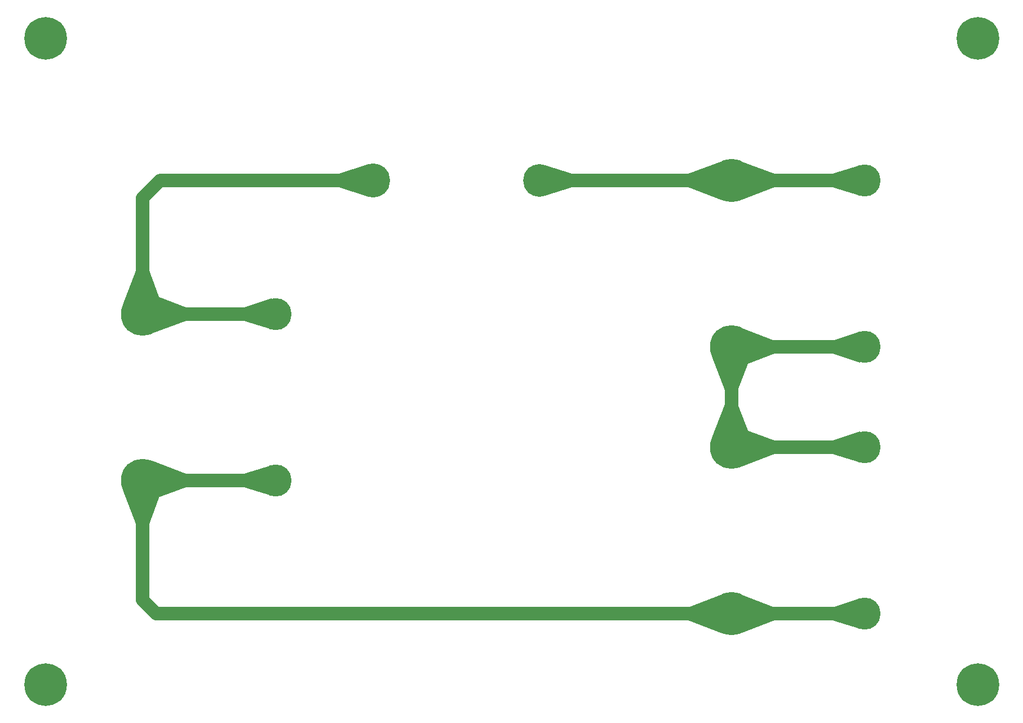
<source format=gbr>
%TF.GenerationSoftware,KiCad,Pcbnew,8.0.2*%
%TF.CreationDate,2024-06-17T23:38:42+07:00*%
%TF.ProjectId,Series Circuit,53657269-6573-4204-9369-72637569742e,rev?*%
%TF.SameCoordinates,Original*%
%TF.FileFunction,Copper,L2,Bot*%
%TF.FilePolarity,Positive*%
%FSLAX46Y46*%
G04 Gerber Fmt 4.6, Leading zero omitted, Abs format (unit mm)*
G04 Created by KiCad (PCBNEW 8.0.2) date 2024-06-17 23:38:42*
%MOMM*%
%LPD*%
G01*
G04 APERTURE LIST*
%TA.AperFunction,ComponentPad*%
%ADD10C,6.400000*%
%TD*%
%TA.AperFunction,ComponentPad*%
%ADD11C,4.800000*%
%TD*%
%TA.AperFunction,ComponentPad*%
%ADD12C,4.900000*%
%TD*%
%TA.AperFunction,ComponentPad*%
%ADD13C,5.100000*%
%TD*%
%TA.AperFunction,ComponentPad*%
%ADD14C,6.500000*%
%TD*%
%TA.AperFunction,Conductor*%
%ADD15C,2.000000*%
%TD*%
G04 APERTURE END LIST*
D10*
%TO.P,H3,1*%
%TO.N,N/C*%
X72400000Y-141300000D03*
%TD*%
D11*
%TO.P,MES3,1,-*%
%TO.N,Net-(MES1--)*%
X195400000Y-130650000D03*
%TO.P,MES3,2,+*%
%TO.N,Net-(MES2--)*%
X195400000Y-105650000D03*
%TD*%
D12*
%TO.P,A1,1,-*%
%TO.N,Net-(A1--)*%
X146550000Y-65650000D03*
D13*
%TO.P,A1,2,+*%
%TO.N,Net-(A1-+)*%
X121550000Y-65650000D03*
%TD*%
D10*
%TO.P,H4,1*%
%TO.N,N/C*%
X212400000Y-141300000D03*
%TD*%
%TO.P,H1,1*%
%TO.N,N/C*%
X72400000Y-44300000D03*
%TD*%
D14*
%TO.P,R1,1*%
%TO.N,Net-(MES2--)*%
X175400000Y-90650000D03*
%TO.P,R1,2*%
%TO.N,Net-(A1--)*%
X175400000Y-65650000D03*
%TD*%
%TO.P,V1,1*%
%TO.N,Net-(A1-+)*%
X86950000Y-85675000D03*
%TO.P,V1,2*%
%TO.N,Net-(MES1--)*%
X86950000Y-110675000D03*
%TD*%
D11*
%TO.P,MES1,1,-*%
%TO.N,Net-(MES1--)*%
X106950000Y-110675000D03*
%TO.P,MES1,2,+*%
%TO.N,Net-(A1-+)*%
X106950000Y-85675000D03*
%TD*%
%TO.P,MES2,1,-*%
%TO.N,Net-(MES2--)*%
X195400000Y-90650000D03*
%TO.P,MES2,2,+*%
%TO.N,Net-(A1--)*%
X195400000Y-65650000D03*
%TD*%
D10*
%TO.P,H2,1*%
%TO.N,N/C*%
X212400000Y-44300000D03*
%TD*%
D14*
%TO.P,R2,1*%
%TO.N,Net-(MES1--)*%
X175400000Y-130700000D03*
%TO.P,R2,2*%
%TO.N,Net-(MES2--)*%
X175400000Y-105700000D03*
%TD*%
D15*
%TO.N,Net-(A1-+)*%
X86950000Y-85675000D02*
X106950000Y-85675000D01*
X89550000Y-65650000D02*
X86950000Y-68250000D01*
X86950000Y-68250000D02*
X86950000Y-85675000D01*
X122000000Y-65650000D02*
X89550000Y-65650000D01*
%TO.N,Net-(MES1--)*%
X90150000Y-130700000D02*
X175400000Y-130700000D01*
X86950000Y-110675000D02*
X86950000Y-128650000D01*
X175400000Y-130700000D02*
X194050000Y-130700000D01*
X86950000Y-128650000D02*
X88950000Y-130650000D01*
X88950000Y-130650000D02*
X90100000Y-130650000D01*
X194050000Y-130700000D02*
X194100000Y-130650000D01*
X86950000Y-110675000D02*
X106950000Y-110675000D01*
X90100000Y-130650000D02*
X90150000Y-130700000D01*
%TO.N,Net-(MES2--)*%
X194050000Y-105700000D02*
X194100000Y-105650000D01*
X194100000Y-90650000D02*
X194150000Y-90600000D01*
X175400000Y-90650000D02*
X175400000Y-105700000D01*
X175400000Y-90650000D02*
X194100000Y-90650000D01*
X175400000Y-105700000D02*
X194050000Y-105700000D01*
%TO.N,Net-(A1--)*%
X175400000Y-65650000D02*
X195400000Y-65650000D01*
X194100000Y-65650000D02*
X194150000Y-65600000D01*
X146550000Y-65650000D02*
X175400000Y-65650000D01*
%TD*%
%TA.AperFunction,Conductor*%
%TO.N,Net-(A1-+)*%
G36*
X87950194Y-79178427D02*
G01*
X87952862Y-79182555D01*
X89874349Y-84254848D01*
X89874075Y-84263799D01*
X89868487Y-84269533D01*
X86955079Y-85673552D01*
X86946139Y-85674057D01*
X86944921Y-85673552D01*
X84031512Y-84269533D01*
X84025546Y-84262854D01*
X84025649Y-84254849D01*
X85947138Y-79182554D01*
X85953273Y-79176033D01*
X85958079Y-79175000D01*
X87941921Y-79175000D01*
X87950194Y-79178427D01*
G37*
%TD.AperFunction*%
%TD*%
%TA.AperFunction,Conductor*%
%TO.N,Net-(A1-+)*%
G36*
X106326102Y-83361232D02*
G01*
X106331859Y-83368091D01*
X106332001Y-83368578D01*
X106950186Y-85671967D01*
X106950186Y-85678033D01*
X106332001Y-87981421D01*
X106326547Y-87988523D01*
X106317668Y-87989688D01*
X106317181Y-87989546D01*
X102158180Y-86677580D01*
X102151321Y-86671823D01*
X102150000Y-86666422D01*
X102150000Y-84683577D01*
X102153427Y-84675304D01*
X102158177Y-84672420D01*
X106317183Y-83360453D01*
X106326102Y-83361232D01*
G37*
%TD.AperFunction*%
%TD*%
%TA.AperFunction,Conductor*%
%TO.N,Net-(MES2--)*%
G36*
X194776020Y-103336306D02*
G01*
X194781854Y-103343099D01*
X194782037Y-103343712D01*
X195400186Y-105646967D01*
X195400186Y-105653033D01*
X194781968Y-107956544D01*
X194776514Y-107963646D01*
X194767635Y-107964811D01*
X194767265Y-107964705D01*
X190614880Y-106702522D01*
X190607961Y-106696837D01*
X190606583Y-106691328D01*
X190606583Y-104708475D01*
X190610010Y-104700202D01*
X190614634Y-104697359D01*
X194767093Y-103335628D01*
X194776020Y-103336306D01*
G37*
%TD.AperFunction*%
%TD*%
%TA.AperFunction,Conductor*%
%TO.N,Net-(A1--)*%
G36*
X176820151Y-62725650D02*
G01*
X181892445Y-64647138D01*
X181898967Y-64653273D01*
X181900000Y-64658079D01*
X181900000Y-66641920D01*
X181896573Y-66650193D01*
X181892445Y-66652861D01*
X176820151Y-68574349D01*
X176811200Y-68574075D01*
X176805466Y-68568487D01*
X176391052Y-67708559D01*
X175401446Y-65655077D01*
X175400942Y-65646139D01*
X175401442Y-65644930D01*
X176805466Y-62731511D01*
X176812145Y-62725546D01*
X176820151Y-62725650D01*
G37*
%TD.AperFunction*%
%TD*%
%TA.AperFunction,Conductor*%
%TO.N,Net-(MES2--)*%
G36*
X176400194Y-99203427D02*
G01*
X176402862Y-99207555D01*
X178324349Y-104279848D01*
X178324075Y-104288799D01*
X178318487Y-104294533D01*
X175405079Y-105698552D01*
X175396139Y-105699057D01*
X175394921Y-105698552D01*
X172481512Y-104294533D01*
X172475546Y-104287854D01*
X172475649Y-104279849D01*
X174397138Y-99207554D01*
X174403273Y-99201033D01*
X174408079Y-99200000D01*
X176391921Y-99200000D01*
X176400194Y-99203427D01*
G37*
%TD.AperFunction*%
%TD*%
%TA.AperFunction,Conductor*%
%TO.N,Net-(MES1--)*%
G36*
X194776020Y-128336306D02*
G01*
X194781854Y-128343099D01*
X194782037Y-128343712D01*
X195400186Y-130646967D01*
X195400186Y-130653033D01*
X194781968Y-132956544D01*
X194776514Y-132963646D01*
X194767635Y-132964811D01*
X194767265Y-132964705D01*
X190614880Y-131702522D01*
X190607961Y-131696837D01*
X190606583Y-131691328D01*
X190606583Y-129708475D01*
X190610010Y-129700202D01*
X190614634Y-129697359D01*
X194767093Y-128335628D01*
X194776020Y-128336306D01*
G37*
%TD.AperFunction*%
%TD*%
%TA.AperFunction,Conductor*%
%TO.N,Net-(MES2--)*%
G36*
X176820151Y-87725650D02*
G01*
X181892445Y-89647138D01*
X181898967Y-89653273D01*
X181900000Y-89658079D01*
X181900000Y-91641920D01*
X181896573Y-91650193D01*
X181892445Y-91652861D01*
X176820151Y-93574349D01*
X176811200Y-93574075D01*
X176805466Y-93568487D01*
X176391052Y-92708559D01*
X175401446Y-90655077D01*
X175400942Y-90646139D01*
X175401442Y-90644930D01*
X176805466Y-87731511D01*
X176812145Y-87725546D01*
X176820151Y-87725650D01*
G37*
%TD.AperFunction*%
%TD*%
%TA.AperFunction,Conductor*%
%TO.N,Net-(MES1--)*%
G36*
X173988799Y-127775924D02*
G01*
X173994533Y-127781512D01*
X175398552Y-130694921D01*
X175399057Y-130703861D01*
X175398552Y-130705079D01*
X173994533Y-133618487D01*
X173987854Y-133624453D01*
X173979848Y-133624349D01*
X168907555Y-131702861D01*
X168901033Y-131696726D01*
X168900000Y-131691920D01*
X168900000Y-129708079D01*
X168903427Y-129699806D01*
X168907555Y-129697138D01*
X173979849Y-127775650D01*
X173988799Y-127775924D01*
G37*
%TD.AperFunction*%
%TD*%
%TA.AperFunction,Conductor*%
%TO.N,Net-(MES1--)*%
G36*
X176820151Y-127775650D02*
G01*
X181892445Y-129697138D01*
X181898967Y-129703273D01*
X181900000Y-129708079D01*
X181900000Y-131691920D01*
X181896573Y-131700193D01*
X181892445Y-131702861D01*
X176820151Y-133624349D01*
X176811200Y-133624075D01*
X176805466Y-133618487D01*
X176391052Y-132758559D01*
X175401446Y-130705077D01*
X175400942Y-130696139D01*
X175401442Y-130694930D01*
X176805466Y-127781511D01*
X176812145Y-127775546D01*
X176820151Y-127775650D01*
G37*
%TD.AperFunction*%
%TD*%
%TA.AperFunction,Conductor*%
%TO.N,Net-(MES2--)*%
G36*
X175405069Y-90651442D02*
G01*
X177458559Y-91641052D01*
X178318487Y-92055466D01*
X178324453Y-92062145D01*
X178324349Y-92070151D01*
X176402862Y-97142445D01*
X176396727Y-97148967D01*
X176391921Y-97150000D01*
X174408079Y-97150000D01*
X174399806Y-97146573D01*
X174397138Y-97142445D01*
X172475650Y-92070151D01*
X172475924Y-92061200D01*
X172481512Y-92055466D01*
X175394922Y-90651446D01*
X175403861Y-90650942D01*
X175405069Y-90651442D01*
G37*
%TD.AperFunction*%
%TD*%
%TA.AperFunction,Conductor*%
%TO.N,Net-(MES1--)*%
G36*
X86955069Y-110676442D02*
G01*
X89008559Y-111666052D01*
X89868487Y-112080466D01*
X89874453Y-112087145D01*
X89874349Y-112095151D01*
X87952862Y-117167445D01*
X87946727Y-117173967D01*
X87941921Y-117175000D01*
X85958079Y-117175000D01*
X85949806Y-117171573D01*
X85947138Y-117167445D01*
X84025650Y-112095151D01*
X84025924Y-112086200D01*
X84031512Y-112080466D01*
X86944922Y-110676446D01*
X86953861Y-110675942D01*
X86955069Y-110676442D01*
G37*
%TD.AperFunction*%
%TD*%
%TA.AperFunction,Conductor*%
%TO.N,Net-(A1-+)*%
G36*
X120644057Y-63269878D02*
G01*
X120649731Y-63276174D01*
X121549423Y-65645847D01*
X121549423Y-65654153D01*
X120649731Y-68023825D01*
X120643591Y-68030343D01*
X120635127Y-68030783D01*
X116458034Y-66652650D01*
X116451251Y-66646803D01*
X116450000Y-66641539D01*
X116450000Y-64658460D01*
X116453427Y-64650187D01*
X116458032Y-64647349D01*
X120635128Y-63269216D01*
X120644057Y-63269878D01*
G37*
%TD.AperFunction*%
%TD*%
%TA.AperFunction,Conductor*%
%TO.N,Net-(A1-+)*%
G36*
X88370151Y-82750650D02*
G01*
X93442445Y-84672138D01*
X93448967Y-84678273D01*
X93450000Y-84683079D01*
X93450000Y-86666920D01*
X93446573Y-86675193D01*
X93442445Y-86677861D01*
X88370151Y-88599349D01*
X88361200Y-88599075D01*
X88355466Y-88593487D01*
X87941052Y-87733559D01*
X86951446Y-85680077D01*
X86950942Y-85671139D01*
X86951442Y-85669930D01*
X88355466Y-82756511D01*
X88362145Y-82750546D01*
X88370151Y-82750650D01*
G37*
%TD.AperFunction*%
%TD*%
%TA.AperFunction,Conductor*%
%TO.N,Net-(A1--)*%
G36*
X173988799Y-62725924D02*
G01*
X173994533Y-62731512D01*
X175398552Y-65644921D01*
X175399057Y-65653861D01*
X175398552Y-65655079D01*
X173994533Y-68568487D01*
X173987854Y-68574453D01*
X173979848Y-68574349D01*
X168907555Y-66652861D01*
X168901033Y-66646726D01*
X168900000Y-66641920D01*
X168900000Y-64658079D01*
X168903427Y-64649806D01*
X168907555Y-64647138D01*
X173979849Y-62725650D01*
X173988799Y-62725924D01*
G37*
%TD.AperFunction*%
%TD*%
%TA.AperFunction,Conductor*%
%TO.N,Net-(MES2--)*%
G36*
X194776102Y-88336232D02*
G01*
X194781859Y-88343091D01*
X194782001Y-88343578D01*
X195400186Y-90646967D01*
X195400186Y-90653033D01*
X194782001Y-92956421D01*
X194776547Y-92963523D01*
X194767668Y-92964688D01*
X194767181Y-92964546D01*
X190608180Y-91652580D01*
X190601321Y-91646823D01*
X190600000Y-91641422D01*
X190600000Y-89658577D01*
X190603427Y-89650304D01*
X190608177Y-89647420D01*
X194767183Y-88335453D01*
X194776102Y-88336232D01*
G37*
%TD.AperFunction*%
%TD*%
%TA.AperFunction,Conductor*%
%TO.N,Net-(MES2--)*%
G36*
X176820151Y-102775650D02*
G01*
X181892445Y-104697138D01*
X181898967Y-104703273D01*
X181900000Y-104708079D01*
X181900000Y-106691920D01*
X181896573Y-106700193D01*
X181892445Y-106702861D01*
X176820151Y-108624349D01*
X176811200Y-108624075D01*
X176805466Y-108618487D01*
X176391052Y-107758559D01*
X175401446Y-105705077D01*
X175400942Y-105696139D01*
X175401442Y-105694930D01*
X176805466Y-102781511D01*
X176812145Y-102775546D01*
X176820151Y-102775650D01*
G37*
%TD.AperFunction*%
%TD*%
%TA.AperFunction,Conductor*%
%TO.N,Net-(A1--)*%
G36*
X194776102Y-63336232D02*
G01*
X194781859Y-63343091D01*
X194782001Y-63343578D01*
X195400186Y-65646967D01*
X195400186Y-65653033D01*
X194782001Y-67956421D01*
X194776547Y-67963523D01*
X194767668Y-67964688D01*
X194767181Y-67964546D01*
X190608180Y-66652580D01*
X190601321Y-66646823D01*
X190600000Y-66641422D01*
X190600000Y-64658577D01*
X190603427Y-64650304D01*
X190608177Y-64647420D01*
X194767183Y-63335453D01*
X194776102Y-63336232D01*
G37*
%TD.AperFunction*%
%TD*%
%TA.AperFunction,Conductor*%
%TO.N,Net-(MES1--)*%
G36*
X106326102Y-108361232D02*
G01*
X106331859Y-108368091D01*
X106332001Y-108368578D01*
X106950186Y-110671967D01*
X106950186Y-110678033D01*
X106332001Y-112981421D01*
X106326547Y-112988523D01*
X106317668Y-112989688D01*
X106317181Y-112989546D01*
X102158180Y-111677580D01*
X102151321Y-111671823D01*
X102150000Y-111666422D01*
X102150000Y-109683577D01*
X102153427Y-109675304D01*
X102158177Y-109672420D01*
X106317183Y-108360453D01*
X106326102Y-108361232D01*
G37*
%TD.AperFunction*%
%TD*%
%TA.AperFunction,Conductor*%
%TO.N,Net-(MES1--)*%
G36*
X88370151Y-107750650D02*
G01*
X93442445Y-109672138D01*
X93448967Y-109678273D01*
X93450000Y-109683079D01*
X93450000Y-111666920D01*
X93446573Y-111675193D01*
X93442445Y-111677861D01*
X88370151Y-113599349D01*
X88361200Y-113599075D01*
X88355466Y-113593487D01*
X87941052Y-112733559D01*
X86951446Y-110680077D01*
X86950942Y-110671139D01*
X86951442Y-110669930D01*
X88355466Y-107756511D01*
X88362145Y-107750546D01*
X88370151Y-107750650D01*
G37*
%TD.AperFunction*%
%TD*%
%TA.AperFunction,Conductor*%
%TO.N,Net-(A1--)*%
G36*
X151441868Y-64647396D02*
G01*
X151448702Y-64653183D01*
X151450000Y-64658539D01*
X151450000Y-66641460D01*
X151446573Y-66649733D01*
X151441868Y-66652603D01*
X147429349Y-67937406D01*
X147420425Y-67936665D01*
X147414843Y-67930416D01*
X146550576Y-65654150D01*
X146550576Y-65645849D01*
X147414843Y-63369582D01*
X147420983Y-63363065D01*
X147429347Y-63362593D01*
X151441868Y-64647396D01*
G37*
%TD.AperFunction*%
%TD*%
M02*

</source>
